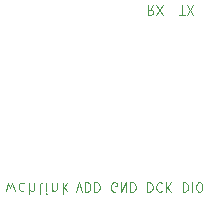
<source format=gbo>
%TF.GenerationSoftware,KiCad,Pcbnew,9.0.2*%
%TF.CreationDate,2025-05-22T15:05:22+08:00*%
%TF.ProjectId,tsubaki_lite,74737562-616b-4695-9f6c-6974652e6b69,2025.4*%
%TF.SameCoordinates,Original*%
%TF.FileFunction,Legend,Bot*%
%TF.FilePolarity,Positive*%
%FSLAX46Y46*%
G04 Gerber Fmt 4.6, Leading zero omitted, Abs format (unit mm)*
G04 Created by KiCad (PCBNEW 9.0.2) date 2025-05-22 15:05:22*
%MOMM*%
%LPD*%
G01*
G04 APERTURE LIST*
%ADD10C,0.100000*%
%ADD11C,0.125000*%
G04 APERTURE END LIST*
D10*
X182673408Y-93853204D02*
X182406741Y-94234157D01*
X182216265Y-93853204D02*
X182216265Y-94653204D01*
X182216265Y-94653204D02*
X182521027Y-94653204D01*
X182521027Y-94653204D02*
X182597217Y-94615109D01*
X182597217Y-94615109D02*
X182635312Y-94577014D01*
X182635312Y-94577014D02*
X182673408Y-94500823D01*
X182673408Y-94500823D02*
X182673408Y-94386538D01*
X182673408Y-94386538D02*
X182635312Y-94310347D01*
X182635312Y-94310347D02*
X182597217Y-94272252D01*
X182597217Y-94272252D02*
X182521027Y-94234157D01*
X182521027Y-94234157D02*
X182216265Y-94234157D01*
X182940074Y-94653204D02*
X183473408Y-93853204D01*
X183473408Y-94653204D02*
X182940074Y-93853204D01*
X184882932Y-94653204D02*
X185340075Y-94653204D01*
X185111503Y-93853204D02*
X185111503Y-94653204D01*
X185530551Y-94653204D02*
X186063885Y-93853204D01*
X186063885Y-94653204D02*
X185530551Y-93853204D01*
X176101979Y-109653204D02*
X176368646Y-108853204D01*
X176368646Y-108853204D02*
X176635312Y-109653204D01*
X176901979Y-108853204D02*
X176901979Y-109653204D01*
X176901979Y-109653204D02*
X177092455Y-109653204D01*
X177092455Y-109653204D02*
X177206741Y-109615109D01*
X177206741Y-109615109D02*
X177282931Y-109538919D01*
X177282931Y-109538919D02*
X177321026Y-109462728D01*
X177321026Y-109462728D02*
X177359122Y-109310347D01*
X177359122Y-109310347D02*
X177359122Y-109196061D01*
X177359122Y-109196061D02*
X177321026Y-109043680D01*
X177321026Y-109043680D02*
X177282931Y-108967490D01*
X177282931Y-108967490D02*
X177206741Y-108891300D01*
X177206741Y-108891300D02*
X177092455Y-108853204D01*
X177092455Y-108853204D02*
X176901979Y-108853204D01*
X177701979Y-108853204D02*
X177701979Y-109653204D01*
X177701979Y-109653204D02*
X177892455Y-109653204D01*
X177892455Y-109653204D02*
X178006741Y-109615109D01*
X178006741Y-109615109D02*
X178082931Y-109538919D01*
X178082931Y-109538919D02*
X178121026Y-109462728D01*
X178121026Y-109462728D02*
X178159122Y-109310347D01*
X178159122Y-109310347D02*
X178159122Y-109196061D01*
X178159122Y-109196061D02*
X178121026Y-109043680D01*
X178121026Y-109043680D02*
X178082931Y-108967490D01*
X178082931Y-108967490D02*
X178006741Y-108891300D01*
X178006741Y-108891300D02*
X177892455Y-108853204D01*
X177892455Y-108853204D02*
X177701979Y-108853204D01*
X179530550Y-109615109D02*
X179454360Y-109653204D01*
X179454360Y-109653204D02*
X179340074Y-109653204D01*
X179340074Y-109653204D02*
X179225788Y-109615109D01*
X179225788Y-109615109D02*
X179149598Y-109538919D01*
X179149598Y-109538919D02*
X179111503Y-109462728D01*
X179111503Y-109462728D02*
X179073407Y-109310347D01*
X179073407Y-109310347D02*
X179073407Y-109196061D01*
X179073407Y-109196061D02*
X179111503Y-109043680D01*
X179111503Y-109043680D02*
X179149598Y-108967490D01*
X179149598Y-108967490D02*
X179225788Y-108891300D01*
X179225788Y-108891300D02*
X179340074Y-108853204D01*
X179340074Y-108853204D02*
X179416265Y-108853204D01*
X179416265Y-108853204D02*
X179530550Y-108891300D01*
X179530550Y-108891300D02*
X179568646Y-108929395D01*
X179568646Y-108929395D02*
X179568646Y-109196061D01*
X179568646Y-109196061D02*
X179416265Y-109196061D01*
X179911503Y-108853204D02*
X179911503Y-109653204D01*
X179911503Y-109653204D02*
X180368646Y-108853204D01*
X180368646Y-108853204D02*
X180368646Y-109653204D01*
X180749598Y-108853204D02*
X180749598Y-109653204D01*
X180749598Y-109653204D02*
X180940074Y-109653204D01*
X180940074Y-109653204D02*
X181054360Y-109615109D01*
X181054360Y-109615109D02*
X181130550Y-109538919D01*
X181130550Y-109538919D02*
X181168645Y-109462728D01*
X181168645Y-109462728D02*
X181206741Y-109310347D01*
X181206741Y-109310347D02*
X181206741Y-109196061D01*
X181206741Y-109196061D02*
X181168645Y-109043680D01*
X181168645Y-109043680D02*
X181130550Y-108967490D01*
X181130550Y-108967490D02*
X181054360Y-108891300D01*
X181054360Y-108891300D02*
X180940074Y-108853204D01*
X180940074Y-108853204D02*
X180749598Y-108853204D01*
X182159122Y-108853204D02*
X182159122Y-109653204D01*
X182159122Y-109653204D02*
X182349598Y-109653204D01*
X182349598Y-109653204D02*
X182463884Y-109615109D01*
X182463884Y-109615109D02*
X182540074Y-109538919D01*
X182540074Y-109538919D02*
X182578169Y-109462728D01*
X182578169Y-109462728D02*
X182616265Y-109310347D01*
X182616265Y-109310347D02*
X182616265Y-109196061D01*
X182616265Y-109196061D02*
X182578169Y-109043680D01*
X182578169Y-109043680D02*
X182540074Y-108967490D01*
X182540074Y-108967490D02*
X182463884Y-108891300D01*
X182463884Y-108891300D02*
X182349598Y-108853204D01*
X182349598Y-108853204D02*
X182159122Y-108853204D01*
X183416265Y-108929395D02*
X183378169Y-108891300D01*
X183378169Y-108891300D02*
X183263884Y-108853204D01*
X183263884Y-108853204D02*
X183187693Y-108853204D01*
X183187693Y-108853204D02*
X183073407Y-108891300D01*
X183073407Y-108891300D02*
X182997217Y-108967490D01*
X182997217Y-108967490D02*
X182959122Y-109043680D01*
X182959122Y-109043680D02*
X182921026Y-109196061D01*
X182921026Y-109196061D02*
X182921026Y-109310347D01*
X182921026Y-109310347D02*
X182959122Y-109462728D01*
X182959122Y-109462728D02*
X182997217Y-109538919D01*
X182997217Y-109538919D02*
X183073407Y-109615109D01*
X183073407Y-109615109D02*
X183187693Y-109653204D01*
X183187693Y-109653204D02*
X183263884Y-109653204D01*
X183263884Y-109653204D02*
X183378169Y-109615109D01*
X183378169Y-109615109D02*
X183416265Y-109577014D01*
X183759122Y-108853204D02*
X183759122Y-109653204D01*
X184216265Y-108853204D02*
X183873407Y-109310347D01*
X184216265Y-109653204D02*
X183759122Y-109196061D01*
X185168646Y-108853204D02*
X185168646Y-109653204D01*
X185168646Y-109653204D02*
X185359122Y-109653204D01*
X185359122Y-109653204D02*
X185473408Y-109615109D01*
X185473408Y-109615109D02*
X185549598Y-109538919D01*
X185549598Y-109538919D02*
X185587693Y-109462728D01*
X185587693Y-109462728D02*
X185625789Y-109310347D01*
X185625789Y-109310347D02*
X185625789Y-109196061D01*
X185625789Y-109196061D02*
X185587693Y-109043680D01*
X185587693Y-109043680D02*
X185549598Y-108967490D01*
X185549598Y-108967490D02*
X185473408Y-108891300D01*
X185473408Y-108891300D02*
X185359122Y-108853204D01*
X185359122Y-108853204D02*
X185168646Y-108853204D01*
X185968646Y-108853204D02*
X185968646Y-109653204D01*
X186501979Y-109653204D02*
X186654360Y-109653204D01*
X186654360Y-109653204D02*
X186730550Y-109615109D01*
X186730550Y-109615109D02*
X186806741Y-109538919D01*
X186806741Y-109538919D02*
X186844836Y-109386538D01*
X186844836Y-109386538D02*
X186844836Y-109119871D01*
X186844836Y-109119871D02*
X186806741Y-108967490D01*
X186806741Y-108967490D02*
X186730550Y-108891300D01*
X186730550Y-108891300D02*
X186654360Y-108853204D01*
X186654360Y-108853204D02*
X186501979Y-108853204D01*
X186501979Y-108853204D02*
X186425788Y-108891300D01*
X186425788Y-108891300D02*
X186349598Y-108967490D01*
X186349598Y-108967490D02*
X186311502Y-109119871D01*
X186311502Y-109119871D02*
X186311502Y-109386538D01*
X186311502Y-109386538D02*
X186349598Y-109538919D01*
X186349598Y-109538919D02*
X186425788Y-109615109D01*
X186425788Y-109615109D02*
X186501979Y-109653204D01*
D11*
X170185093Y-109545647D02*
X170375569Y-108878980D01*
X170375569Y-108878980D02*
X170566045Y-109355171D01*
X170566045Y-109355171D02*
X170756521Y-108878980D01*
X170756521Y-108878980D02*
X170946997Y-109545647D01*
X171756521Y-108926600D02*
X171661283Y-108878980D01*
X171661283Y-108878980D02*
X171470807Y-108878980D01*
X171470807Y-108878980D02*
X171375569Y-108926600D01*
X171375569Y-108926600D02*
X171327950Y-108974219D01*
X171327950Y-108974219D02*
X171280331Y-109069457D01*
X171280331Y-109069457D02*
X171280331Y-109355171D01*
X171280331Y-109355171D02*
X171327950Y-109450409D01*
X171327950Y-109450409D02*
X171375569Y-109498028D01*
X171375569Y-109498028D02*
X171470807Y-109545647D01*
X171470807Y-109545647D02*
X171661283Y-109545647D01*
X171661283Y-109545647D02*
X171756521Y-109498028D01*
X172185093Y-108878980D02*
X172185093Y-109878980D01*
X172613664Y-108878980D02*
X172613664Y-109402790D01*
X172613664Y-109402790D02*
X172566045Y-109498028D01*
X172566045Y-109498028D02*
X172470807Y-109545647D01*
X172470807Y-109545647D02*
X172327950Y-109545647D01*
X172327950Y-109545647D02*
X172232712Y-109498028D01*
X172232712Y-109498028D02*
X172185093Y-109450409D01*
X173232712Y-108878980D02*
X173137474Y-108926600D01*
X173137474Y-108926600D02*
X173089855Y-109021838D01*
X173089855Y-109021838D02*
X173089855Y-109878980D01*
X173613665Y-108878980D02*
X173613665Y-109545647D01*
X173613665Y-109878980D02*
X173566046Y-109831361D01*
X173566046Y-109831361D02*
X173613665Y-109783742D01*
X173613665Y-109783742D02*
X173661284Y-109831361D01*
X173661284Y-109831361D02*
X173613665Y-109878980D01*
X173613665Y-109878980D02*
X173613665Y-109783742D01*
X174089855Y-109545647D02*
X174089855Y-108878980D01*
X174089855Y-109450409D02*
X174137474Y-109498028D01*
X174137474Y-109498028D02*
X174232712Y-109545647D01*
X174232712Y-109545647D02*
X174375569Y-109545647D01*
X174375569Y-109545647D02*
X174470807Y-109498028D01*
X174470807Y-109498028D02*
X174518426Y-109402790D01*
X174518426Y-109402790D02*
X174518426Y-108878980D01*
X174994617Y-108878980D02*
X174994617Y-109878980D01*
X175089855Y-109259933D02*
X175375569Y-108878980D01*
X175375569Y-109545647D02*
X174994617Y-109164695D01*
M02*

</source>
